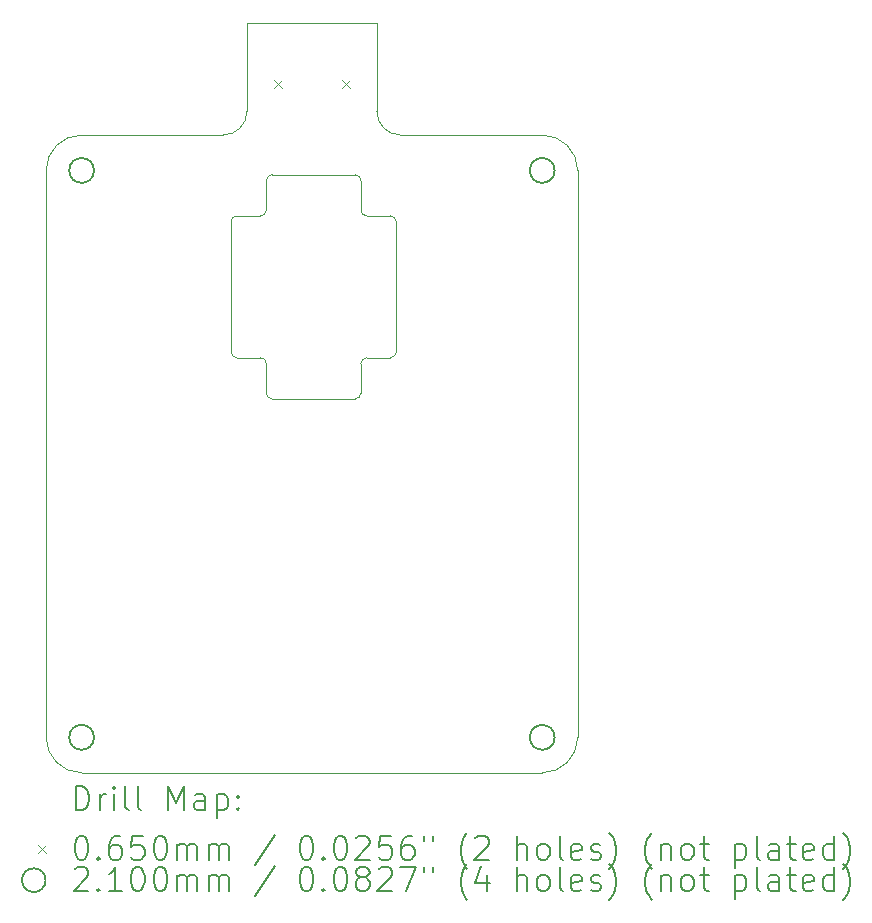
<source format=gbr>
%FSLAX45Y45*%
G04 Gerber Fmt 4.5, Leading zero omitted, Abs format (unit mm)*
G04 Created by KiCad (PCBNEW 6.0.0-rc1-unknown-rc1+486+g97c2627de6) date 2021-12-22 22:09:30*
%MOMM*%
%LPD*%
G01*
G04 APERTURE LIST*
%TA.AperFunction,Profile*%
%ADD10C,0.100000*%
%TD*%
%ADD11C,0.200000*%
%ADD12C,0.065000*%
%ADD13C,0.210000*%
G04 APERTURE END LIST*
D10*
X13314645Y-7185355D02*
G75*
G03*
X13364645Y-7135355I0J50000D01*
G01*
X14464645Y-8335355D02*
X14464645Y-7235355D01*
X14214645Y-8385355D02*
X14414645Y-8385355D01*
X13364645Y-8685355D02*
G75*
G03*
X13414645Y-8735355I50000J0D01*
G01*
X14164644Y-6885355D02*
G75*
G03*
X14114645Y-6835355I-50000J0D01*
G01*
X13200000Y-5550000D02*
X14300000Y-5550000D01*
X14114645Y-8735355D02*
G75*
G03*
X14164645Y-8685355I0J50000D01*
G01*
X14464645Y-7235355D02*
G75*
G03*
X14414645Y-7185355I-50000J0D01*
G01*
X15700000Y-11900000D02*
G75*
G03*
X16000000Y-11600000I0J300000D01*
G01*
X16000000Y-6800000D02*
X16000000Y-11600000D01*
X13114645Y-7185355D02*
G75*
G03*
X13064645Y-7235355I0J-50000D01*
G01*
X13064645Y-8335355D02*
G75*
G03*
X13114645Y-8385355I50000J0D01*
G01*
X13414645Y-6835355D02*
G75*
G03*
X13364645Y-6885355I0J-50000D01*
G01*
X13200000Y-5550000D02*
X13200000Y-6300000D01*
X14164644Y-6885355D02*
X14164645Y-7135355D01*
X14164645Y-7135355D02*
G75*
G03*
X14214645Y-7185355I50000J0D01*
G01*
X14214645Y-7185355D02*
X14414645Y-7185355D01*
X14300000Y-6300000D02*
G75*
G03*
X14500000Y-6500000I200000J0D01*
G01*
X13364645Y-8435355D02*
G75*
G03*
X13314645Y-8385355I-50000J0D01*
G01*
X14500000Y-6500000D02*
X15700000Y-6500000D01*
X16000000Y-6800000D02*
G75*
G03*
X15700000Y-6500000I-300000J0D01*
G01*
X14414645Y-8385355D02*
G75*
G03*
X14464645Y-8335355I0J50000D01*
G01*
X14114645Y-6835355D02*
X13414645Y-6835355D01*
X14164645Y-8435355D02*
X14164645Y-8685355D01*
X11800000Y-11900000D02*
X15700000Y-11900000D01*
X14214645Y-8385355D02*
G75*
G03*
X14164645Y-8435355I0J-50000D01*
G01*
X11800000Y-6500000D02*
G75*
G03*
X11500000Y-6800000I0J-300000D01*
G01*
X13314645Y-7185355D02*
X13114645Y-7185355D01*
X13364645Y-7135355D02*
X13364645Y-6885355D01*
X13314645Y-8385355D02*
X13114645Y-8385355D01*
X13364645Y-8685355D02*
X13364645Y-8435355D01*
X13414645Y-8735355D02*
X14114645Y-8735355D01*
X11500000Y-11600000D02*
X11500000Y-6800000D01*
X14300000Y-6300000D02*
X14300000Y-5550000D01*
X13000000Y-6500000D02*
G75*
G03*
X13200000Y-6300000I0J200000D01*
G01*
X11500000Y-11600000D02*
G75*
G03*
X11800000Y-11900000I300000J0D01*
G01*
X13064645Y-8335355D02*
X13064645Y-7235355D01*
X11800000Y-6500000D02*
X13000000Y-6500000D01*
D11*
D12*
X13428500Y-6035500D02*
X13493500Y-6100500D01*
X13493500Y-6035500D02*
X13428500Y-6100500D01*
X14006500Y-6035500D02*
X14071500Y-6100500D01*
X14071500Y-6035500D02*
X14006500Y-6100500D01*
D13*
X11905000Y-6800000D02*
G75*
G03*
X11905000Y-6800000I-105000J0D01*
G01*
X11905000Y-11600000D02*
G75*
G03*
X11905000Y-11600000I-105000J0D01*
G01*
X15805000Y-6800000D02*
G75*
G03*
X15805000Y-6800000I-105000J0D01*
G01*
X15805000Y-11600000D02*
G75*
G03*
X15805000Y-11600000I-105000J0D01*
G01*
D11*
X11752619Y-12215476D02*
X11752619Y-12015476D01*
X11800238Y-12015476D01*
X11828809Y-12025000D01*
X11847857Y-12044048D01*
X11857381Y-12063095D01*
X11866905Y-12101190D01*
X11866905Y-12129762D01*
X11857381Y-12167857D01*
X11847857Y-12186905D01*
X11828809Y-12205952D01*
X11800238Y-12215476D01*
X11752619Y-12215476D01*
X11952619Y-12215476D02*
X11952619Y-12082143D01*
X11952619Y-12120238D02*
X11962143Y-12101190D01*
X11971667Y-12091667D01*
X11990714Y-12082143D01*
X12009762Y-12082143D01*
X12076428Y-12215476D02*
X12076428Y-12082143D01*
X12076428Y-12015476D02*
X12066905Y-12025000D01*
X12076428Y-12034524D01*
X12085952Y-12025000D01*
X12076428Y-12015476D01*
X12076428Y-12034524D01*
X12200238Y-12215476D02*
X12181190Y-12205952D01*
X12171667Y-12186905D01*
X12171667Y-12015476D01*
X12305000Y-12215476D02*
X12285952Y-12205952D01*
X12276428Y-12186905D01*
X12276428Y-12015476D01*
X12533571Y-12215476D02*
X12533571Y-12015476D01*
X12600238Y-12158333D01*
X12666905Y-12015476D01*
X12666905Y-12215476D01*
X12847857Y-12215476D02*
X12847857Y-12110714D01*
X12838333Y-12091667D01*
X12819286Y-12082143D01*
X12781190Y-12082143D01*
X12762143Y-12091667D01*
X12847857Y-12205952D02*
X12828809Y-12215476D01*
X12781190Y-12215476D01*
X12762143Y-12205952D01*
X12752619Y-12186905D01*
X12752619Y-12167857D01*
X12762143Y-12148809D01*
X12781190Y-12139286D01*
X12828809Y-12139286D01*
X12847857Y-12129762D01*
X12943095Y-12082143D02*
X12943095Y-12282143D01*
X12943095Y-12091667D02*
X12962143Y-12082143D01*
X13000238Y-12082143D01*
X13019286Y-12091667D01*
X13028809Y-12101190D01*
X13038333Y-12120238D01*
X13038333Y-12177381D01*
X13028809Y-12196428D01*
X13019286Y-12205952D01*
X13000238Y-12215476D01*
X12962143Y-12215476D01*
X12943095Y-12205952D01*
X13124048Y-12196428D02*
X13133571Y-12205952D01*
X13124048Y-12215476D01*
X13114524Y-12205952D01*
X13124048Y-12196428D01*
X13124048Y-12215476D01*
X13124048Y-12091667D02*
X13133571Y-12101190D01*
X13124048Y-12110714D01*
X13114524Y-12101190D01*
X13124048Y-12091667D01*
X13124048Y-12110714D01*
D12*
X11430000Y-12512500D02*
X11495000Y-12577500D01*
X11495000Y-12512500D02*
X11430000Y-12577500D01*
D11*
X11790714Y-12435476D02*
X11809762Y-12435476D01*
X11828809Y-12445000D01*
X11838333Y-12454524D01*
X11847857Y-12473571D01*
X11857381Y-12511667D01*
X11857381Y-12559286D01*
X11847857Y-12597381D01*
X11838333Y-12616428D01*
X11828809Y-12625952D01*
X11809762Y-12635476D01*
X11790714Y-12635476D01*
X11771667Y-12625952D01*
X11762143Y-12616428D01*
X11752619Y-12597381D01*
X11743095Y-12559286D01*
X11743095Y-12511667D01*
X11752619Y-12473571D01*
X11762143Y-12454524D01*
X11771667Y-12445000D01*
X11790714Y-12435476D01*
X11943095Y-12616428D02*
X11952619Y-12625952D01*
X11943095Y-12635476D01*
X11933571Y-12625952D01*
X11943095Y-12616428D01*
X11943095Y-12635476D01*
X12124048Y-12435476D02*
X12085952Y-12435476D01*
X12066905Y-12445000D01*
X12057381Y-12454524D01*
X12038333Y-12483095D01*
X12028809Y-12521190D01*
X12028809Y-12597381D01*
X12038333Y-12616428D01*
X12047857Y-12625952D01*
X12066905Y-12635476D01*
X12105000Y-12635476D01*
X12124048Y-12625952D01*
X12133571Y-12616428D01*
X12143095Y-12597381D01*
X12143095Y-12549762D01*
X12133571Y-12530714D01*
X12124048Y-12521190D01*
X12105000Y-12511667D01*
X12066905Y-12511667D01*
X12047857Y-12521190D01*
X12038333Y-12530714D01*
X12028809Y-12549762D01*
X12324048Y-12435476D02*
X12228809Y-12435476D01*
X12219286Y-12530714D01*
X12228809Y-12521190D01*
X12247857Y-12511667D01*
X12295476Y-12511667D01*
X12314524Y-12521190D01*
X12324048Y-12530714D01*
X12333571Y-12549762D01*
X12333571Y-12597381D01*
X12324048Y-12616428D01*
X12314524Y-12625952D01*
X12295476Y-12635476D01*
X12247857Y-12635476D01*
X12228809Y-12625952D01*
X12219286Y-12616428D01*
X12457381Y-12435476D02*
X12476428Y-12435476D01*
X12495476Y-12445000D01*
X12505000Y-12454524D01*
X12514524Y-12473571D01*
X12524048Y-12511667D01*
X12524048Y-12559286D01*
X12514524Y-12597381D01*
X12505000Y-12616428D01*
X12495476Y-12625952D01*
X12476428Y-12635476D01*
X12457381Y-12635476D01*
X12438333Y-12625952D01*
X12428809Y-12616428D01*
X12419286Y-12597381D01*
X12409762Y-12559286D01*
X12409762Y-12511667D01*
X12419286Y-12473571D01*
X12428809Y-12454524D01*
X12438333Y-12445000D01*
X12457381Y-12435476D01*
X12609762Y-12635476D02*
X12609762Y-12502143D01*
X12609762Y-12521190D02*
X12619286Y-12511667D01*
X12638333Y-12502143D01*
X12666905Y-12502143D01*
X12685952Y-12511667D01*
X12695476Y-12530714D01*
X12695476Y-12635476D01*
X12695476Y-12530714D02*
X12705000Y-12511667D01*
X12724048Y-12502143D01*
X12752619Y-12502143D01*
X12771667Y-12511667D01*
X12781190Y-12530714D01*
X12781190Y-12635476D01*
X12876428Y-12635476D02*
X12876428Y-12502143D01*
X12876428Y-12521190D02*
X12885952Y-12511667D01*
X12905000Y-12502143D01*
X12933571Y-12502143D01*
X12952619Y-12511667D01*
X12962143Y-12530714D01*
X12962143Y-12635476D01*
X12962143Y-12530714D02*
X12971667Y-12511667D01*
X12990714Y-12502143D01*
X13019286Y-12502143D01*
X13038333Y-12511667D01*
X13047857Y-12530714D01*
X13047857Y-12635476D01*
X13438333Y-12425952D02*
X13266905Y-12683095D01*
X13695476Y-12435476D02*
X13714524Y-12435476D01*
X13733571Y-12445000D01*
X13743095Y-12454524D01*
X13752619Y-12473571D01*
X13762143Y-12511667D01*
X13762143Y-12559286D01*
X13752619Y-12597381D01*
X13743095Y-12616428D01*
X13733571Y-12625952D01*
X13714524Y-12635476D01*
X13695476Y-12635476D01*
X13676428Y-12625952D01*
X13666905Y-12616428D01*
X13657381Y-12597381D01*
X13647857Y-12559286D01*
X13647857Y-12511667D01*
X13657381Y-12473571D01*
X13666905Y-12454524D01*
X13676428Y-12445000D01*
X13695476Y-12435476D01*
X13847857Y-12616428D02*
X13857381Y-12625952D01*
X13847857Y-12635476D01*
X13838333Y-12625952D01*
X13847857Y-12616428D01*
X13847857Y-12635476D01*
X13981190Y-12435476D02*
X14000238Y-12435476D01*
X14019286Y-12445000D01*
X14028809Y-12454524D01*
X14038333Y-12473571D01*
X14047857Y-12511667D01*
X14047857Y-12559286D01*
X14038333Y-12597381D01*
X14028809Y-12616428D01*
X14019286Y-12625952D01*
X14000238Y-12635476D01*
X13981190Y-12635476D01*
X13962143Y-12625952D01*
X13952619Y-12616428D01*
X13943095Y-12597381D01*
X13933571Y-12559286D01*
X13933571Y-12511667D01*
X13943095Y-12473571D01*
X13952619Y-12454524D01*
X13962143Y-12445000D01*
X13981190Y-12435476D01*
X14124048Y-12454524D02*
X14133571Y-12445000D01*
X14152619Y-12435476D01*
X14200238Y-12435476D01*
X14219286Y-12445000D01*
X14228809Y-12454524D01*
X14238333Y-12473571D01*
X14238333Y-12492619D01*
X14228809Y-12521190D01*
X14114524Y-12635476D01*
X14238333Y-12635476D01*
X14419286Y-12435476D02*
X14324048Y-12435476D01*
X14314524Y-12530714D01*
X14324048Y-12521190D01*
X14343095Y-12511667D01*
X14390714Y-12511667D01*
X14409762Y-12521190D01*
X14419286Y-12530714D01*
X14428809Y-12549762D01*
X14428809Y-12597381D01*
X14419286Y-12616428D01*
X14409762Y-12625952D01*
X14390714Y-12635476D01*
X14343095Y-12635476D01*
X14324048Y-12625952D01*
X14314524Y-12616428D01*
X14600238Y-12435476D02*
X14562143Y-12435476D01*
X14543095Y-12445000D01*
X14533571Y-12454524D01*
X14514524Y-12483095D01*
X14505000Y-12521190D01*
X14505000Y-12597381D01*
X14514524Y-12616428D01*
X14524048Y-12625952D01*
X14543095Y-12635476D01*
X14581190Y-12635476D01*
X14600238Y-12625952D01*
X14609762Y-12616428D01*
X14619286Y-12597381D01*
X14619286Y-12549762D01*
X14609762Y-12530714D01*
X14600238Y-12521190D01*
X14581190Y-12511667D01*
X14543095Y-12511667D01*
X14524048Y-12521190D01*
X14514524Y-12530714D01*
X14505000Y-12549762D01*
X14695476Y-12435476D02*
X14695476Y-12473571D01*
X14771667Y-12435476D02*
X14771667Y-12473571D01*
X15066905Y-12711667D02*
X15057381Y-12702143D01*
X15038333Y-12673571D01*
X15028809Y-12654524D01*
X15019286Y-12625952D01*
X15009762Y-12578333D01*
X15009762Y-12540238D01*
X15019286Y-12492619D01*
X15028809Y-12464048D01*
X15038333Y-12445000D01*
X15057381Y-12416428D01*
X15066905Y-12406905D01*
X15133571Y-12454524D02*
X15143095Y-12445000D01*
X15162143Y-12435476D01*
X15209762Y-12435476D01*
X15228809Y-12445000D01*
X15238333Y-12454524D01*
X15247857Y-12473571D01*
X15247857Y-12492619D01*
X15238333Y-12521190D01*
X15124048Y-12635476D01*
X15247857Y-12635476D01*
X15485952Y-12635476D02*
X15485952Y-12435476D01*
X15571667Y-12635476D02*
X15571667Y-12530714D01*
X15562143Y-12511667D01*
X15543095Y-12502143D01*
X15514524Y-12502143D01*
X15495476Y-12511667D01*
X15485952Y-12521190D01*
X15695476Y-12635476D02*
X15676428Y-12625952D01*
X15666905Y-12616428D01*
X15657381Y-12597381D01*
X15657381Y-12540238D01*
X15666905Y-12521190D01*
X15676428Y-12511667D01*
X15695476Y-12502143D01*
X15724048Y-12502143D01*
X15743095Y-12511667D01*
X15752619Y-12521190D01*
X15762143Y-12540238D01*
X15762143Y-12597381D01*
X15752619Y-12616428D01*
X15743095Y-12625952D01*
X15724048Y-12635476D01*
X15695476Y-12635476D01*
X15876428Y-12635476D02*
X15857381Y-12625952D01*
X15847857Y-12606905D01*
X15847857Y-12435476D01*
X16028809Y-12625952D02*
X16009762Y-12635476D01*
X15971667Y-12635476D01*
X15952619Y-12625952D01*
X15943095Y-12606905D01*
X15943095Y-12530714D01*
X15952619Y-12511667D01*
X15971667Y-12502143D01*
X16009762Y-12502143D01*
X16028809Y-12511667D01*
X16038333Y-12530714D01*
X16038333Y-12549762D01*
X15943095Y-12568809D01*
X16114524Y-12625952D02*
X16133571Y-12635476D01*
X16171667Y-12635476D01*
X16190714Y-12625952D01*
X16200238Y-12606905D01*
X16200238Y-12597381D01*
X16190714Y-12578333D01*
X16171667Y-12568809D01*
X16143095Y-12568809D01*
X16124048Y-12559286D01*
X16114524Y-12540238D01*
X16114524Y-12530714D01*
X16124048Y-12511667D01*
X16143095Y-12502143D01*
X16171667Y-12502143D01*
X16190714Y-12511667D01*
X16266905Y-12711667D02*
X16276428Y-12702143D01*
X16295476Y-12673571D01*
X16305000Y-12654524D01*
X16314524Y-12625952D01*
X16324048Y-12578333D01*
X16324048Y-12540238D01*
X16314524Y-12492619D01*
X16305000Y-12464048D01*
X16295476Y-12445000D01*
X16276428Y-12416428D01*
X16266905Y-12406905D01*
X16628809Y-12711667D02*
X16619286Y-12702143D01*
X16600238Y-12673571D01*
X16590714Y-12654524D01*
X16581190Y-12625952D01*
X16571667Y-12578333D01*
X16571667Y-12540238D01*
X16581190Y-12492619D01*
X16590714Y-12464048D01*
X16600238Y-12445000D01*
X16619286Y-12416428D01*
X16628809Y-12406905D01*
X16705000Y-12502143D02*
X16705000Y-12635476D01*
X16705000Y-12521190D02*
X16714524Y-12511667D01*
X16733571Y-12502143D01*
X16762143Y-12502143D01*
X16781190Y-12511667D01*
X16790714Y-12530714D01*
X16790714Y-12635476D01*
X16914524Y-12635476D02*
X16895476Y-12625952D01*
X16885952Y-12616428D01*
X16876429Y-12597381D01*
X16876429Y-12540238D01*
X16885952Y-12521190D01*
X16895476Y-12511667D01*
X16914524Y-12502143D01*
X16943095Y-12502143D01*
X16962143Y-12511667D01*
X16971667Y-12521190D01*
X16981190Y-12540238D01*
X16981190Y-12597381D01*
X16971667Y-12616428D01*
X16962143Y-12625952D01*
X16943095Y-12635476D01*
X16914524Y-12635476D01*
X17038333Y-12502143D02*
X17114524Y-12502143D01*
X17066905Y-12435476D02*
X17066905Y-12606905D01*
X17076429Y-12625952D01*
X17095476Y-12635476D01*
X17114524Y-12635476D01*
X17333571Y-12502143D02*
X17333571Y-12702143D01*
X17333571Y-12511667D02*
X17352619Y-12502143D01*
X17390714Y-12502143D01*
X17409762Y-12511667D01*
X17419286Y-12521190D01*
X17428810Y-12540238D01*
X17428810Y-12597381D01*
X17419286Y-12616428D01*
X17409762Y-12625952D01*
X17390714Y-12635476D01*
X17352619Y-12635476D01*
X17333571Y-12625952D01*
X17543095Y-12635476D02*
X17524048Y-12625952D01*
X17514524Y-12606905D01*
X17514524Y-12435476D01*
X17705000Y-12635476D02*
X17705000Y-12530714D01*
X17695476Y-12511667D01*
X17676429Y-12502143D01*
X17638333Y-12502143D01*
X17619286Y-12511667D01*
X17705000Y-12625952D02*
X17685952Y-12635476D01*
X17638333Y-12635476D01*
X17619286Y-12625952D01*
X17609762Y-12606905D01*
X17609762Y-12587857D01*
X17619286Y-12568809D01*
X17638333Y-12559286D01*
X17685952Y-12559286D01*
X17705000Y-12549762D01*
X17771667Y-12502143D02*
X17847857Y-12502143D01*
X17800238Y-12435476D02*
X17800238Y-12606905D01*
X17809762Y-12625952D01*
X17828810Y-12635476D01*
X17847857Y-12635476D01*
X17990714Y-12625952D02*
X17971667Y-12635476D01*
X17933571Y-12635476D01*
X17914524Y-12625952D01*
X17905000Y-12606905D01*
X17905000Y-12530714D01*
X17914524Y-12511667D01*
X17933571Y-12502143D01*
X17971667Y-12502143D01*
X17990714Y-12511667D01*
X18000238Y-12530714D01*
X18000238Y-12549762D01*
X17905000Y-12568809D01*
X18171667Y-12635476D02*
X18171667Y-12435476D01*
X18171667Y-12625952D02*
X18152619Y-12635476D01*
X18114524Y-12635476D01*
X18095476Y-12625952D01*
X18085952Y-12616428D01*
X18076429Y-12597381D01*
X18076429Y-12540238D01*
X18085952Y-12521190D01*
X18095476Y-12511667D01*
X18114524Y-12502143D01*
X18152619Y-12502143D01*
X18171667Y-12511667D01*
X18247857Y-12711667D02*
X18257381Y-12702143D01*
X18276429Y-12673571D01*
X18285952Y-12654524D01*
X18295476Y-12625952D01*
X18305000Y-12578333D01*
X18305000Y-12540238D01*
X18295476Y-12492619D01*
X18285952Y-12464048D01*
X18276429Y-12445000D01*
X18257381Y-12416428D01*
X18247857Y-12406905D01*
X11495000Y-12809000D02*
G75*
G03*
X11495000Y-12809000I-100000J0D01*
G01*
X11743095Y-12718524D02*
X11752619Y-12709000D01*
X11771667Y-12699476D01*
X11819286Y-12699476D01*
X11838333Y-12709000D01*
X11847857Y-12718524D01*
X11857381Y-12737571D01*
X11857381Y-12756619D01*
X11847857Y-12785190D01*
X11733571Y-12899476D01*
X11857381Y-12899476D01*
X11943095Y-12880428D02*
X11952619Y-12889952D01*
X11943095Y-12899476D01*
X11933571Y-12889952D01*
X11943095Y-12880428D01*
X11943095Y-12899476D01*
X12143095Y-12899476D02*
X12028809Y-12899476D01*
X12085952Y-12899476D02*
X12085952Y-12699476D01*
X12066905Y-12728048D01*
X12047857Y-12747095D01*
X12028809Y-12756619D01*
X12266905Y-12699476D02*
X12285952Y-12699476D01*
X12305000Y-12709000D01*
X12314524Y-12718524D01*
X12324048Y-12737571D01*
X12333571Y-12775667D01*
X12333571Y-12823286D01*
X12324048Y-12861381D01*
X12314524Y-12880428D01*
X12305000Y-12889952D01*
X12285952Y-12899476D01*
X12266905Y-12899476D01*
X12247857Y-12889952D01*
X12238333Y-12880428D01*
X12228809Y-12861381D01*
X12219286Y-12823286D01*
X12219286Y-12775667D01*
X12228809Y-12737571D01*
X12238333Y-12718524D01*
X12247857Y-12709000D01*
X12266905Y-12699476D01*
X12457381Y-12699476D02*
X12476428Y-12699476D01*
X12495476Y-12709000D01*
X12505000Y-12718524D01*
X12514524Y-12737571D01*
X12524048Y-12775667D01*
X12524048Y-12823286D01*
X12514524Y-12861381D01*
X12505000Y-12880428D01*
X12495476Y-12889952D01*
X12476428Y-12899476D01*
X12457381Y-12899476D01*
X12438333Y-12889952D01*
X12428809Y-12880428D01*
X12419286Y-12861381D01*
X12409762Y-12823286D01*
X12409762Y-12775667D01*
X12419286Y-12737571D01*
X12428809Y-12718524D01*
X12438333Y-12709000D01*
X12457381Y-12699476D01*
X12609762Y-12899476D02*
X12609762Y-12766143D01*
X12609762Y-12785190D02*
X12619286Y-12775667D01*
X12638333Y-12766143D01*
X12666905Y-12766143D01*
X12685952Y-12775667D01*
X12695476Y-12794714D01*
X12695476Y-12899476D01*
X12695476Y-12794714D02*
X12705000Y-12775667D01*
X12724048Y-12766143D01*
X12752619Y-12766143D01*
X12771667Y-12775667D01*
X12781190Y-12794714D01*
X12781190Y-12899476D01*
X12876428Y-12899476D02*
X12876428Y-12766143D01*
X12876428Y-12785190D02*
X12885952Y-12775667D01*
X12905000Y-12766143D01*
X12933571Y-12766143D01*
X12952619Y-12775667D01*
X12962143Y-12794714D01*
X12962143Y-12899476D01*
X12962143Y-12794714D02*
X12971667Y-12775667D01*
X12990714Y-12766143D01*
X13019286Y-12766143D01*
X13038333Y-12775667D01*
X13047857Y-12794714D01*
X13047857Y-12899476D01*
X13438333Y-12689952D02*
X13266905Y-12947095D01*
X13695476Y-12699476D02*
X13714524Y-12699476D01*
X13733571Y-12709000D01*
X13743095Y-12718524D01*
X13752619Y-12737571D01*
X13762143Y-12775667D01*
X13762143Y-12823286D01*
X13752619Y-12861381D01*
X13743095Y-12880428D01*
X13733571Y-12889952D01*
X13714524Y-12899476D01*
X13695476Y-12899476D01*
X13676428Y-12889952D01*
X13666905Y-12880428D01*
X13657381Y-12861381D01*
X13647857Y-12823286D01*
X13647857Y-12775667D01*
X13657381Y-12737571D01*
X13666905Y-12718524D01*
X13676428Y-12709000D01*
X13695476Y-12699476D01*
X13847857Y-12880428D02*
X13857381Y-12889952D01*
X13847857Y-12899476D01*
X13838333Y-12889952D01*
X13847857Y-12880428D01*
X13847857Y-12899476D01*
X13981190Y-12699476D02*
X14000238Y-12699476D01*
X14019286Y-12709000D01*
X14028809Y-12718524D01*
X14038333Y-12737571D01*
X14047857Y-12775667D01*
X14047857Y-12823286D01*
X14038333Y-12861381D01*
X14028809Y-12880428D01*
X14019286Y-12889952D01*
X14000238Y-12899476D01*
X13981190Y-12899476D01*
X13962143Y-12889952D01*
X13952619Y-12880428D01*
X13943095Y-12861381D01*
X13933571Y-12823286D01*
X13933571Y-12775667D01*
X13943095Y-12737571D01*
X13952619Y-12718524D01*
X13962143Y-12709000D01*
X13981190Y-12699476D01*
X14162143Y-12785190D02*
X14143095Y-12775667D01*
X14133571Y-12766143D01*
X14124048Y-12747095D01*
X14124048Y-12737571D01*
X14133571Y-12718524D01*
X14143095Y-12709000D01*
X14162143Y-12699476D01*
X14200238Y-12699476D01*
X14219286Y-12709000D01*
X14228809Y-12718524D01*
X14238333Y-12737571D01*
X14238333Y-12747095D01*
X14228809Y-12766143D01*
X14219286Y-12775667D01*
X14200238Y-12785190D01*
X14162143Y-12785190D01*
X14143095Y-12794714D01*
X14133571Y-12804238D01*
X14124048Y-12823286D01*
X14124048Y-12861381D01*
X14133571Y-12880428D01*
X14143095Y-12889952D01*
X14162143Y-12899476D01*
X14200238Y-12899476D01*
X14219286Y-12889952D01*
X14228809Y-12880428D01*
X14238333Y-12861381D01*
X14238333Y-12823286D01*
X14228809Y-12804238D01*
X14219286Y-12794714D01*
X14200238Y-12785190D01*
X14314524Y-12718524D02*
X14324048Y-12709000D01*
X14343095Y-12699476D01*
X14390714Y-12699476D01*
X14409762Y-12709000D01*
X14419286Y-12718524D01*
X14428809Y-12737571D01*
X14428809Y-12756619D01*
X14419286Y-12785190D01*
X14305000Y-12899476D01*
X14428809Y-12899476D01*
X14495476Y-12699476D02*
X14628809Y-12699476D01*
X14543095Y-12899476D01*
X14695476Y-12699476D02*
X14695476Y-12737571D01*
X14771667Y-12699476D02*
X14771667Y-12737571D01*
X15066905Y-12975667D02*
X15057381Y-12966143D01*
X15038333Y-12937571D01*
X15028809Y-12918524D01*
X15019286Y-12889952D01*
X15009762Y-12842333D01*
X15009762Y-12804238D01*
X15019286Y-12756619D01*
X15028809Y-12728048D01*
X15038333Y-12709000D01*
X15057381Y-12680428D01*
X15066905Y-12670905D01*
X15228809Y-12766143D02*
X15228809Y-12899476D01*
X15181190Y-12689952D02*
X15133571Y-12832809D01*
X15257381Y-12832809D01*
X15485952Y-12899476D02*
X15485952Y-12699476D01*
X15571667Y-12899476D02*
X15571667Y-12794714D01*
X15562143Y-12775667D01*
X15543095Y-12766143D01*
X15514524Y-12766143D01*
X15495476Y-12775667D01*
X15485952Y-12785190D01*
X15695476Y-12899476D02*
X15676428Y-12889952D01*
X15666905Y-12880428D01*
X15657381Y-12861381D01*
X15657381Y-12804238D01*
X15666905Y-12785190D01*
X15676428Y-12775667D01*
X15695476Y-12766143D01*
X15724048Y-12766143D01*
X15743095Y-12775667D01*
X15752619Y-12785190D01*
X15762143Y-12804238D01*
X15762143Y-12861381D01*
X15752619Y-12880428D01*
X15743095Y-12889952D01*
X15724048Y-12899476D01*
X15695476Y-12899476D01*
X15876428Y-12899476D02*
X15857381Y-12889952D01*
X15847857Y-12870905D01*
X15847857Y-12699476D01*
X16028809Y-12889952D02*
X16009762Y-12899476D01*
X15971667Y-12899476D01*
X15952619Y-12889952D01*
X15943095Y-12870905D01*
X15943095Y-12794714D01*
X15952619Y-12775667D01*
X15971667Y-12766143D01*
X16009762Y-12766143D01*
X16028809Y-12775667D01*
X16038333Y-12794714D01*
X16038333Y-12813762D01*
X15943095Y-12832809D01*
X16114524Y-12889952D02*
X16133571Y-12899476D01*
X16171667Y-12899476D01*
X16190714Y-12889952D01*
X16200238Y-12870905D01*
X16200238Y-12861381D01*
X16190714Y-12842333D01*
X16171667Y-12832809D01*
X16143095Y-12832809D01*
X16124048Y-12823286D01*
X16114524Y-12804238D01*
X16114524Y-12794714D01*
X16124048Y-12775667D01*
X16143095Y-12766143D01*
X16171667Y-12766143D01*
X16190714Y-12775667D01*
X16266905Y-12975667D02*
X16276428Y-12966143D01*
X16295476Y-12937571D01*
X16305000Y-12918524D01*
X16314524Y-12889952D01*
X16324048Y-12842333D01*
X16324048Y-12804238D01*
X16314524Y-12756619D01*
X16305000Y-12728048D01*
X16295476Y-12709000D01*
X16276428Y-12680428D01*
X16266905Y-12670905D01*
X16628809Y-12975667D02*
X16619286Y-12966143D01*
X16600238Y-12937571D01*
X16590714Y-12918524D01*
X16581190Y-12889952D01*
X16571667Y-12842333D01*
X16571667Y-12804238D01*
X16581190Y-12756619D01*
X16590714Y-12728048D01*
X16600238Y-12709000D01*
X16619286Y-12680428D01*
X16628809Y-12670905D01*
X16705000Y-12766143D02*
X16705000Y-12899476D01*
X16705000Y-12785190D02*
X16714524Y-12775667D01*
X16733571Y-12766143D01*
X16762143Y-12766143D01*
X16781190Y-12775667D01*
X16790714Y-12794714D01*
X16790714Y-12899476D01*
X16914524Y-12899476D02*
X16895476Y-12889952D01*
X16885952Y-12880428D01*
X16876429Y-12861381D01*
X16876429Y-12804238D01*
X16885952Y-12785190D01*
X16895476Y-12775667D01*
X16914524Y-12766143D01*
X16943095Y-12766143D01*
X16962143Y-12775667D01*
X16971667Y-12785190D01*
X16981190Y-12804238D01*
X16981190Y-12861381D01*
X16971667Y-12880428D01*
X16962143Y-12889952D01*
X16943095Y-12899476D01*
X16914524Y-12899476D01*
X17038333Y-12766143D02*
X17114524Y-12766143D01*
X17066905Y-12699476D02*
X17066905Y-12870905D01*
X17076429Y-12889952D01*
X17095476Y-12899476D01*
X17114524Y-12899476D01*
X17333571Y-12766143D02*
X17333571Y-12966143D01*
X17333571Y-12775667D02*
X17352619Y-12766143D01*
X17390714Y-12766143D01*
X17409762Y-12775667D01*
X17419286Y-12785190D01*
X17428810Y-12804238D01*
X17428810Y-12861381D01*
X17419286Y-12880428D01*
X17409762Y-12889952D01*
X17390714Y-12899476D01*
X17352619Y-12899476D01*
X17333571Y-12889952D01*
X17543095Y-12899476D02*
X17524048Y-12889952D01*
X17514524Y-12870905D01*
X17514524Y-12699476D01*
X17705000Y-12899476D02*
X17705000Y-12794714D01*
X17695476Y-12775667D01*
X17676429Y-12766143D01*
X17638333Y-12766143D01*
X17619286Y-12775667D01*
X17705000Y-12889952D02*
X17685952Y-12899476D01*
X17638333Y-12899476D01*
X17619286Y-12889952D01*
X17609762Y-12870905D01*
X17609762Y-12851857D01*
X17619286Y-12832809D01*
X17638333Y-12823286D01*
X17685952Y-12823286D01*
X17705000Y-12813762D01*
X17771667Y-12766143D02*
X17847857Y-12766143D01*
X17800238Y-12699476D02*
X17800238Y-12870905D01*
X17809762Y-12889952D01*
X17828810Y-12899476D01*
X17847857Y-12899476D01*
X17990714Y-12889952D02*
X17971667Y-12899476D01*
X17933571Y-12899476D01*
X17914524Y-12889952D01*
X17905000Y-12870905D01*
X17905000Y-12794714D01*
X17914524Y-12775667D01*
X17933571Y-12766143D01*
X17971667Y-12766143D01*
X17990714Y-12775667D01*
X18000238Y-12794714D01*
X18000238Y-12813762D01*
X17905000Y-12832809D01*
X18171667Y-12899476D02*
X18171667Y-12699476D01*
X18171667Y-12889952D02*
X18152619Y-12899476D01*
X18114524Y-12899476D01*
X18095476Y-12889952D01*
X18085952Y-12880428D01*
X18076429Y-12861381D01*
X18076429Y-12804238D01*
X18085952Y-12785190D01*
X18095476Y-12775667D01*
X18114524Y-12766143D01*
X18152619Y-12766143D01*
X18171667Y-12775667D01*
X18247857Y-12975667D02*
X18257381Y-12966143D01*
X18276429Y-12937571D01*
X18285952Y-12918524D01*
X18295476Y-12889952D01*
X18305000Y-12842333D01*
X18305000Y-12804238D01*
X18295476Y-12756619D01*
X18285952Y-12728048D01*
X18276429Y-12709000D01*
X18257381Y-12680428D01*
X18247857Y-12670905D01*
M02*

</source>
